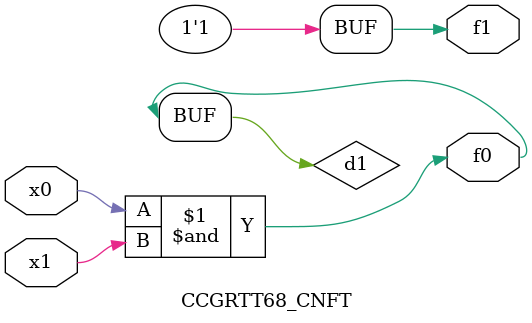
<source format=v>
module CCGRTT68_CNFT(
	input x0, x1,
	output f0, f1
);

	wire d1;

	assign f0 = d1;
	and (d1, x0, x1);
	assign f1 = 1'b1;
endmodule

</source>
